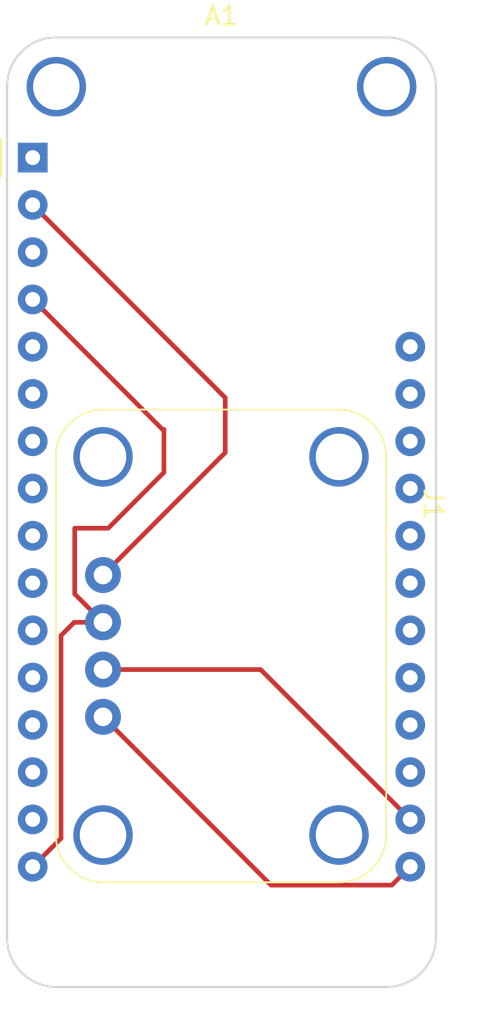
<source format=kicad_pcb>
(kicad_pcb (version 20211014) (generator pcbnew)
  (layers (0 "F.Cu" signal) (31 "B.Cu" signal) (34 "B.Paste" user) (35 "F.Paste" user) (36 "B.SilkS" user "B.Silkscreen") (37 "F.SilkS" user "F.Silkscreen") (38 "B.Mask" user) (39 "F.Mask" user) (44 "Edge.Cuts" user))
  (net 0 "")
  (net 1 "GND")
  (net 14 "+3V3")
  (net 16 "+BATT")
  (net 18 "VBUS")
  (net 26 "/SCL")
  (net 27 "/SDA")
  (footprint "Adafruit-boards:AHT20-Adafruit-breakout" (layer "F.Cu") (at 113.2332 102.8192 -90)
    (fp_text reference "J1" (at -7.62 -12.7 -90 unlocked) (layer "F.SilkS"))
    (fp_text value "Conn_01x04_Male")
    (fp_line (start -10.16 7.62) (end 10.16 7.62) (layer "F.SilkS") (width 0.1))
    (fp_line (start 10.16 -10.16) (end -10.16 -10.16) (layer "F.SilkS") (width 0.1))
    (fp_line (start 12.7 5.08) (end 12.7 -7.62) (layer "F.SilkS") (width 0.1))
    (fp_line (start -12.7 -7.62) (end -12.7 5.08) (layer "F.SilkS") (width 0.1))
    (fp_arc (start -10.16 7.62) (mid -11.956051 6.876051) (end -12.7 5.08) (layer "F.SilkS") (width 0.1))
    (fp_arc (start 10.16 -10.16) (mid 11.956051 -9.416051) (end 12.7 -7.62) (layer "F.SilkS") (width 0.1))
    (fp_arc (start 12.7 5.08) (mid 11.956051 6.876051) (end 10.16 7.62) (layer "F.SilkS") (width 0.1))
    (fp_arc (start -12.7 -7.62) (mid -11.956051 -9.416051) (end -10.16 -10.16) (layer "F.SilkS") (width 0.1))
    (pad "1" thru_hole circle (at -3.81 5.08) (size 1.9304 1.9304) (drill 1) (layers *.Cu *.Mask) (net 14 "+3V3"))
    (pad "2" thru_hole circle (at -1.27 5.08) (size 1.9304 1.9304) (drill 1) (layers *.Cu *.Mask) (net 1 "GND"))
    (pad "3" thru_hole circle (at 1.27 5.08) (size 1.9304 1.9304) (drill 1) (layers *.Cu *.Mask) (net 26 "/SCL"))
    (pad "4" thru_hole circle (at 3.81 5.08) (size 1.9304 1.9304) (drill 1) (layers *.Cu *.Mask) (net 27 "/SDA"))
    (pad "P$1" thru_hole circle (at 10.16 5.08 270) (size 3.2 3.2) (drill 2.5) (layers *.Cu *.Mask))
    (pad "P$1" thru_hole circle (at -10.16 -7.62 270) (size 3.2 3.2) (drill 2.5) (layers *.Cu *.Mask))
    (pad "P$1" thru_hole circle (at -10.16 5.08 270) (size 3.2 3.2) (drill 2.5) (layers *.Cu *.Mask))
    (pad "P$1" thru_hole circle (at 10.16 -7.62 270) (size 3.2 3.2) (drill 2.5) (layers *.Cu *.Mask))
  )
  (footprint "Module:Adafruit_Feather_WithMountingHoles" (layer "F.Cu") (at 104.3686 76.581)
    (fp_text reference "A1" (at 10.16 -7.62) (layer "F.SilkS"))
    (fp_text value "Adafruit_Feather_M0_Adalogger")
    (fp_line (start -1.7 1) (end -1.7 -1) (layer "F.SilkS") (width 0.12))
    (fp_line (start 19.05 44.56) (end 1.27 44.56) (layer "Edge.Cuts") (width 0.12))
    (fp_line (start -1.38 -3.81) (end -1.38 41.91) (layer "Edge.Cuts") (width 0.12))
    (fp_line (start 21.7 -3.81) (end 21.7 41.91) (layer "Edge.Cuts") (width 0.12))
    (fp_line (start 19.05 -6.46) (end 1.27 -6.46) (layer "Edge.Cuts") (width 0.12))
    (fp_arc (start 1.27 44.56) (mid -0.603833 43.783833) (end -1.38 41.91) (layer "Edge.Cuts") (width 0.12))
    (fp_arc (start 19.05 -6.46) (mid 20.923833 -5.683833) (end 21.7 -3.81) (layer "Edge.Cuts") (width 0.12))
    (fp_arc (start 21.7 41.91) (mid 20.923833 43.783833) (end 19.05 44.56) (layer "Edge.Cuts") (width 0.12))
    (fp_arc (start -1.38 -3.81) (mid -0.603833 -5.683833) (end 1.27 -6.46) (layer "Edge.Cuts") (width 0.12))
    (pad "" np_thru_hole circle (at 1.27 -3.81 270) (size 3.2 3.2) (drill 2.5) (layers *.Cu *.Mask))
    (pad "" np_thru_hole circle (at 19.05 -3.81 270) (size 3.2 3.2) (drill 2.5) (layers *.Cu *.Mask))
    (pad "" np_thru_hole circle (at 19.05 41.91 270) (size 2.54 2.54) (drill 2.54) (layers *.Cu *.Mask))
    (pad "" np_thru_hole circle (at 1.27 41.91 270) (size 2.54 2.54) (drill 2.54) (layers *.Cu *.Mask))
    (pad "1" thru_hole rect (at 0 0 180) (size 1.6 1.6) (drill 0.8) (layers *.Cu *.Mask))
    (pad "2" thru_hole circle (at 0 2.54 180) (size 1.6 1.6) (drill 0.8) (layers *.Cu *.Mask) (net 14 "+3V3"))
    (pad "3" thru_hole circle (at 0 5.08 180) (size 1.6 1.6) (drill 0.8) (layers *.Cu *.Mask))
    (pad "4" thru_hole circle (at 0 7.62 180) (size 1.6 1.6) (drill 0.8) (layers *.Cu *.Mask) (net 1 "GND"))
    (pad "5" thru_hole circle (at 0 10.16 180) (size 1.6 1.6) (drill 0.8) (layers *.Cu *.Mask))
    (pad "6" thru_hole circle (at 0 12.7 180) (size 1.6 1.6) (drill 0.8) (layers *.Cu *.Mask))
    (pad "7" thru_hole circle (at 0 15.24 180) (size 1.6 1.6) (drill 0.8) (layers *.Cu *.Mask))
    (pad "8" thru_hole circle (at 0 17.78 180) (size 1.6 1.6) (drill 0.8) (layers *.Cu *.Mask))
    (pad "9" thru_hole circle (at 0 20.32 180) (size 1.6 1.6) (drill 0.8) (layers *.Cu *.Mask))
    (pad "10" thru_hole circle (at 0 22.86 180) (size 1.6 1.6) (drill 0.8) (layers *.Cu *.Mask))
    (pad "11" thru_hole circle (at 0 25.4 180) (size 1.6 1.6) (drill 0.8) (layers *.Cu *.Mask))
    (pad "12" thru_hole circle (at 0 27.94 180) (size 1.6 1.6) (drill 0.8) (layers *.Cu *.Mask))
    (pad "13" thru_hole circle (at 0 30.48 180) (size 1.6 1.6) (drill 0.8) (layers *.Cu *.Mask))
    (pad "14" thru_hole circle (at 0 33.02 180) (size 1.6 1.6) (drill 0.8) (layers *.Cu *.Mask))
    (pad "15" thru_hole circle (at 0 35.56 180) (size 1.6 1.6) (drill 0.8) (layers *.Cu *.Mask))
    (pad "16" thru_hole circle (at 0 38.1 180) (size 1.6 1.6) (drill 0.8) (layers *.Cu *.Mask) (net 1 "GND"))
    (pad "17" thru_hole circle (at 20.32 38.1 180) (size 1.6 1.6) (drill 0.8) (layers *.Cu *.Mask) (net 27 "/SDA"))
    (pad "18" thru_hole circle (at 20.32 35.56 180) (size 1.6 1.6) (drill 0.8) (layers *.Cu *.Mask) (net 26 "/SCL"))
    (pad "19" thru_hole circle (at 20.32 33.02 180) (size 1.6 1.6) (drill 0.8) (layers *.Cu *.Mask))
    (pad "20" thru_hole circle (at 20.32 30.48 180) (size 1.6 1.6) (drill 0.8) (layers *.Cu *.Mask))
    (pad "21" thru_hole circle (at 20.32 27.94 180) (size 1.6 1.6) (drill 0.8) (layers *.Cu *.Mask))
    (pad "22" thru_hole circle (at 20.32 25.4 180) (size 1.6 1.6) (drill 0.8) (layers *.Cu *.Mask))
    (pad "23" thru_hole circle (at 20.32 22.86 180) (size 1.6 1.6) (drill 0.8) (layers *.Cu *.Mask))
    (pad "24" thru_hole circle (at 20.32 20.32 180) (size 1.6 1.6) (drill 0.8) (layers *.Cu *.Mask))
    (pad "25" thru_hole circle (at 20.32 17.78 180) (size 1.6 1.6) (drill 0.8) (layers *.Cu *.Mask))
    (pad "26" thru_hole circle (at 20.32 15.24 180) (size 1.6 1.6) (drill 0.8) (layers *.Cu *.Mask) (net 18 "VBUS"))
    (pad "27" thru_hole circle (at 20.32 12.7 180) (size 1.6 1.6) (drill 0.8) (layers *.Cu *.Mask))
    (pad "28" thru_hole circle (at 20.32 10.16 180) (size 1.6 1.6) (drill 0.8) (layers *.Cu *.Mask) (net 16 "+BATT"))
  )
  (segment (start 111.4298 93.4974) (end 108.4326 96.4946) (width 0.25) (layer "F.Cu") (net 1))
  (segment (start 106.6292 100.0252) (end 108.1532 101.5492) (width 0.25) (layer "F.Cu") (net 1))
  (segment (start 105.8926 102.2604) (end 105.8926 113.157) (width 0.25) (layer "F.Cu") (net 1))
  (segment (start 108.4326 96.4946) (end 106.6292 96.4946) (width 0.25) (layer "F.Cu") (net 1))
  (segment (start 111.3536 91.186) (end 111.4298 91.186) (width 0.25) (layer "F.Cu") (net 1))
  (segment (start 105.8926 113.157) (end 104.3686 114.681) (width 0.25) (layer "F.Cu") (net 1))
  (segment (start 111.4298 91.186) (end 111.4298 93.4974) (width 0.25) (layer "F.Cu") (net 1))
  (segment (start 104.3686 84.201) (end 111.3536 91.186) (width 0.25) (layer "F.Cu") (net 1))
  (segment (start 106.6292 96.4946) (end 106.6292 100.0252) (width 0.25) (layer "F.Cu") (net 1))
  (segment (start 108.1532 101.5492) (end 106.6038 101.5492) (width 0.25) (layer "F.Cu") (net 1))
  (segment (start 106.6038 101.5492) (end 105.8926 102.2604) (width 0.25) (layer "F.Cu") (net 1))
  (segment (start 114.7318 89.4842) (end 104.3686 79.121) (width 0.25) (layer "F.Cu") (net 14))
  (segment (start 114.7318 92.4306) (end 114.7318 89.4842) (width 0.25) (layer "F.Cu") (net 14))
  (segment (start 108.1532 99.0092) (end 114.7318 92.4306) (width 0.25) (layer "F.Cu") (net 14))
  (segment (start 124.6886 112.141) (end 116.6368 104.0892) (width 0.25) (layer "F.Cu") (net 26))
  (segment (start 116.6368 104.0892) (end 108.1532 104.0892) (width 0.25) (layer "F.Cu") (net 26))
  (segment (start 108.1532 106.6292) (end 117.1956 115.6716) (width 0.25) (layer "F.Cu") (net 27))
  (segment (start 123.698 115.6716) (end 124.6886 114.681) (width 0.25) (layer "F.Cu") (net 27))
  (segment (start 117.1956 115.6716) (end 123.698 115.6716) (width 0.25) (layer "F.Cu") (net 27))
)
</source>
